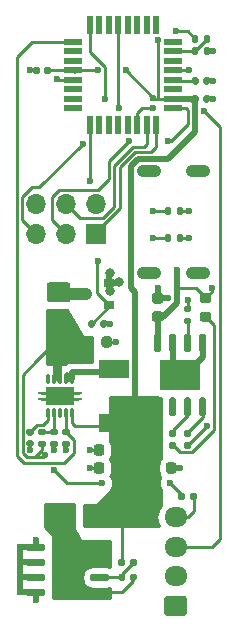
<source format=gbr>
%TF.GenerationSoftware,KiCad,Pcbnew,5.1.9-73d0e3b20d~88~ubuntu18.04.1*%
%TF.CreationDate,2021-02-25T17:56:51+01:00*%
%TF.ProjectId,climate_control,636c696d-6174-4655-9f63-6f6e74726f6c,rev?*%
%TF.SameCoordinates,Original*%
%TF.FileFunction,Copper,L1,Top*%
%TF.FilePolarity,Positive*%
%FSLAX46Y46*%
G04 Gerber Fmt 4.6, Leading zero omitted, Abs format (unit mm)*
G04 Created by KiCad (PCBNEW 5.1.9-73d0e3b20d~88~ubuntu18.04.1) date 2021-02-25 17:56:51*
%MOMM*%
%LPD*%
G01*
G04 APERTURE LIST*
%TA.AperFunction,ComponentPad*%
%ADD10O,1.950000X1.700000*%
%TD*%
%TA.AperFunction,SMDPad,CuDef*%
%ADD11R,1.600000X0.550000*%
%TD*%
%TA.AperFunction,SMDPad,CuDef*%
%ADD12R,0.550000X1.600000*%
%TD*%
%TA.AperFunction,ComponentPad*%
%ADD13C,0.500000*%
%TD*%
%TA.AperFunction,SMDPad,CuDef*%
%ADD14R,3.500000X2.600000*%
%TD*%
%TA.AperFunction,SMDPad,CuDef*%
%ADD15R,2.600000X3.500000*%
%TD*%
%TA.AperFunction,SMDPad,CuDef*%
%ADD16O,0.280000X0.850000*%
%TD*%
%TA.AperFunction,SMDPad,CuDef*%
%ADD17R,0.280000X0.280000*%
%TD*%
%TA.AperFunction,SMDPad,CuDef*%
%ADD18R,1.050000X0.680000*%
%TD*%
%TA.AperFunction,SMDPad,CuDef*%
%ADD19R,0.700000X0.280000*%
%TD*%
%TA.AperFunction,SMDPad,CuDef*%
%ADD20R,0.500000X0.260000*%
%TD*%
%TA.AperFunction,SMDPad,CuDef*%
%ADD21R,2.400000X1.650000*%
%TD*%
%TA.AperFunction,ComponentPad*%
%ADD22C,0.600000*%
%TD*%
%TA.AperFunction,SMDPad,CuDef*%
%ADD23R,0.900000X0.800000*%
%TD*%
%TA.AperFunction,ComponentPad*%
%ADD24O,1.700000X2.000000*%
%TD*%
%TA.AperFunction,ComponentPad*%
%ADD25O,2.000000X1.700000*%
%TD*%
%TA.AperFunction,ComponentPad*%
%ADD26O,2.100000X1.050000*%
%TD*%
%TA.AperFunction,ComponentPad*%
%ADD27R,1.700000X1.700000*%
%TD*%
%TA.AperFunction,ComponentPad*%
%ADD28O,1.700000X1.700000*%
%TD*%
%TA.AperFunction,SMDPad,CuDef*%
%ADD29R,2.500000X1.500000*%
%TD*%
%TA.AperFunction,ViaPad*%
%ADD30C,0.600000*%
%TD*%
%TA.AperFunction,ViaPad*%
%ADD31C,0.800000*%
%TD*%
%TA.AperFunction,Conductor*%
%ADD32C,0.250000*%
%TD*%
%TA.AperFunction,Conductor*%
%ADD33C,0.500000*%
%TD*%
%TA.AperFunction,Conductor*%
%ADD34C,1.000000*%
%TD*%
%TA.AperFunction,Conductor*%
%ADD35C,0.254000*%
%TD*%
%TA.AperFunction,Conductor*%
%ADD36C,0.100000*%
%TD*%
G04 APERTURE END LIST*
%TO.P,C6,2*%
%TO.N,GND*%
%TA.AperFunction,SMDPad,CuDef*%
G36*
G01*
X102416000Y-107399000D02*
X102416000Y-107739000D01*
G75*
G02*
X102276000Y-107879000I-140000J0D01*
G01*
X101996000Y-107879000D01*
G75*
G02*
X101856000Y-107739000I0J140000D01*
G01*
X101856000Y-107399000D01*
G75*
G02*
X101996000Y-107259000I140000J0D01*
G01*
X102276000Y-107259000D01*
G75*
G02*
X102416000Y-107399000I0J-140000D01*
G01*
G37*
%TD.AperFunction*%
%TO.P,C6,1*%
%TO.N,+BATT*%
%TA.AperFunction,SMDPad,CuDef*%
G36*
G01*
X103376000Y-107399000D02*
X103376000Y-107739000D01*
G75*
G02*
X103236000Y-107879000I-140000J0D01*
G01*
X102956000Y-107879000D01*
G75*
G02*
X102816000Y-107739000I0J140000D01*
G01*
X102816000Y-107399000D01*
G75*
G02*
X102956000Y-107259000I140000J0D01*
G01*
X103236000Y-107259000D01*
G75*
G02*
X103376000Y-107399000I0J-140000D01*
G01*
G37*
%TD.AperFunction*%
%TD*%
%TO.P,J1,1*%
%TO.N,SWITCH*%
%TA.AperFunction,ComponentPad*%
G36*
G01*
X114644000Y-153758000D02*
X113194000Y-153758000D01*
G75*
G02*
X112944000Y-153508000I0J250000D01*
G01*
X112944000Y-152308000D01*
G75*
G02*
X113194000Y-152058000I250000J0D01*
G01*
X114644000Y-152058000D01*
G75*
G02*
X114894000Y-152308000I0J-250000D01*
G01*
X114894000Y-153508000D01*
G75*
G02*
X114644000Y-153758000I-250000J0D01*
G01*
G37*
%TD.AperFunction*%
D10*
%TO.P,J1,2*%
%TO.N,GND*%
X113919000Y-150408000D03*
%TO.P,J1,3*%
%TO.N,LED*%
X113919000Y-147908000D03*
%TO.P,J1,4*%
%TO.N,Net-(J1-Pad4)*%
X113919000Y-145408000D03*
%TD*%
D11*
%TO.P,U3,1*%
%TO.N,BOOST_EN*%
X105224000Y-105150000D03*
%TO.P,U3,2*%
%TO.N,BOOST_MOS*%
X105224000Y-105950000D03*
%TO.P,U3,3*%
%TO.N,Net-(U3-Pad3)*%
X105224000Y-106750000D03*
%TO.P,U3,4*%
%TO.N,+BATT*%
X105224000Y-107550000D03*
%TO.P,U3,5*%
%TO.N,GND*%
X105224000Y-108350000D03*
%TO.P,U3,6*%
%TO.N,Net-(U3-Pad6)*%
X105224000Y-109150000D03*
%TO.P,U3,7*%
%TO.N,Net-(U3-Pad7)*%
X105224000Y-109950000D03*
%TO.P,U3,8*%
%TO.N,Net-(U3-Pad8)*%
X105224000Y-110750000D03*
D12*
%TO.P,U3,9*%
%TO.N,HEATER_PWM*%
X106674000Y-112200000D03*
%TO.P,U3,10*%
%TO.N,Net-(U3-Pad10)*%
X107474000Y-112200000D03*
%TO.P,U3,11*%
%TO.N,Net-(U3-Pad11)*%
X108274000Y-112200000D03*
%TO.P,U3,12*%
%TO.N,Net-(U3-Pad12)*%
X109074000Y-112200000D03*
%TO.P,U3,13*%
%TO.N,Net-(U3-Pad13)*%
X109874000Y-112200000D03*
%TO.P,U3,14*%
%TO.N,LED*%
X110674000Y-112200000D03*
%TO.P,U3,15*%
%TO.N,MOSI*%
X111474000Y-112200000D03*
%TO.P,U3,16*%
%TO.N,MISO*%
X112274000Y-112200000D03*
D11*
%TO.P,U3,17*%
%TO.N,SCK*%
X113724000Y-110750000D03*
%TO.P,U3,18*%
%TO.N,+BATT*%
X113724000Y-109950000D03*
%TO.P,U3,19*%
%TO.N,Net-(U3-Pad19)*%
X113724000Y-109150000D03*
%TO.P,U3,20*%
%TO.N,Net-(C5-Pad1)*%
X113724000Y-108350000D03*
%TO.P,U3,21*%
%TO.N,GND*%
X113724000Y-107550000D03*
%TO.P,U3,22*%
%TO.N,Net-(U3-Pad22)*%
X113724000Y-106750000D03*
%TO.P,U3,23*%
%TO.N,BAT*%
X113724000Y-105950000D03*
%TO.P,U3,24*%
%TO.N,A1*%
X113724000Y-105150000D03*
D12*
%TO.P,U3,25*%
%TO.N,USB_DET*%
X112274000Y-103700000D03*
%TO.P,U3,26*%
%TO.N,Net-(U3-Pad26)*%
X111474000Y-103700000D03*
%TO.P,U3,27*%
%TO.N,Net-(U3-Pad27)*%
X110674000Y-103700000D03*
%TO.P,U3,28*%
%TO.N,Net-(U3-Pad28)*%
X109874000Y-103700000D03*
%TO.P,U3,29*%
%TO.N,~RST*%
X109074000Y-103700000D03*
%TO.P,U3,30*%
%TO.N,RX*%
X108274000Y-103700000D03*
%TO.P,U3,31*%
%TO.N,TX*%
X107474000Y-103700000D03*
%TO.P,U3,32*%
%TO.N,SWITCH*%
X106674000Y-103700000D03*
%TD*%
%TO.P,C1,2*%
%TO.N,GND*%
%TA.AperFunction,SMDPad,CuDef*%
G36*
G01*
X112645000Y-127310000D02*
X112145000Y-127310000D01*
G75*
G02*
X111920000Y-127085000I0J225000D01*
G01*
X111920000Y-126635000D01*
G75*
G02*
X112145000Y-126410000I225000J0D01*
G01*
X112645000Y-126410000D01*
G75*
G02*
X112870000Y-126635000I0J-225000D01*
G01*
X112870000Y-127085000D01*
G75*
G02*
X112645000Y-127310000I-225000J0D01*
G01*
G37*
%TD.AperFunction*%
%TO.P,C1,1*%
%TO.N,+5V*%
%TA.AperFunction,SMDPad,CuDef*%
G36*
G01*
X112645000Y-128860000D02*
X112145000Y-128860000D01*
G75*
G02*
X111920000Y-128635000I0J225000D01*
G01*
X111920000Y-128185000D01*
G75*
G02*
X112145000Y-127960000I225000J0D01*
G01*
X112645000Y-127960000D01*
G75*
G02*
X112870000Y-128185000I0J-225000D01*
G01*
X112870000Y-128635000D01*
G75*
G02*
X112645000Y-128860000I-225000J0D01*
G01*
G37*
%TD.AperFunction*%
%TD*%
%TO.P,C4,2*%
%TO.N,GND*%
%TA.AperFunction,SMDPad,CuDef*%
G36*
G01*
X113101000Y-141474000D02*
X113101000Y-140974000D01*
G75*
G02*
X113326000Y-140749000I225000J0D01*
G01*
X113776000Y-140749000D01*
G75*
G02*
X114001000Y-140974000I0J-225000D01*
G01*
X114001000Y-141474000D01*
G75*
G02*
X113776000Y-141699000I-225000J0D01*
G01*
X113326000Y-141699000D01*
G75*
G02*
X113101000Y-141474000I0J225000D01*
G01*
G37*
%TD.AperFunction*%
%TO.P,C4,1*%
%TO.N,+BATT*%
%TA.AperFunction,SMDPad,CuDef*%
G36*
G01*
X111551000Y-141474000D02*
X111551000Y-140974000D01*
G75*
G02*
X111776000Y-140749000I225000J0D01*
G01*
X112226000Y-140749000D01*
G75*
G02*
X112451000Y-140974000I0J-225000D01*
G01*
X112451000Y-141474000D01*
G75*
G02*
X112226000Y-141699000I-225000J0D01*
G01*
X111776000Y-141699000D01*
G75*
G02*
X111551000Y-141474000I0J225000D01*
G01*
G37*
%TD.AperFunction*%
%TD*%
%TO.P,C7,2*%
%TO.N,GND*%
%TA.AperFunction,SMDPad,CuDef*%
G36*
G01*
X107879000Y-139450000D02*
X107879000Y-139950000D01*
G75*
G02*
X107654000Y-140175000I-225000J0D01*
G01*
X107204000Y-140175000D01*
G75*
G02*
X106979000Y-139950000I0J225000D01*
G01*
X106979000Y-139450000D01*
G75*
G02*
X107204000Y-139225000I225000J0D01*
G01*
X107654000Y-139225000D01*
G75*
G02*
X107879000Y-139450000I0J-225000D01*
G01*
G37*
%TD.AperFunction*%
%TO.P,C7,1*%
%TO.N,+BATT*%
%TA.AperFunction,SMDPad,CuDef*%
G36*
G01*
X109429000Y-139450000D02*
X109429000Y-139950000D01*
G75*
G02*
X109204000Y-140175000I-225000J0D01*
G01*
X108754000Y-140175000D01*
G75*
G02*
X108529000Y-139950000I0J225000D01*
G01*
X108529000Y-139450000D01*
G75*
G02*
X108754000Y-139225000I225000J0D01*
G01*
X109204000Y-139225000D01*
G75*
G02*
X109429000Y-139450000I0J-225000D01*
G01*
G37*
%TD.AperFunction*%
%TD*%
%TO.P,C8,1*%
%TO.N,+BATT*%
%TA.AperFunction,SMDPad,CuDef*%
G36*
G01*
X109429000Y-140974000D02*
X109429000Y-141474000D01*
G75*
G02*
X109204000Y-141699000I-225000J0D01*
G01*
X108754000Y-141699000D01*
G75*
G02*
X108529000Y-141474000I0J225000D01*
G01*
X108529000Y-140974000D01*
G75*
G02*
X108754000Y-140749000I225000J0D01*
G01*
X109204000Y-140749000D01*
G75*
G02*
X109429000Y-140974000I0J-225000D01*
G01*
G37*
%TD.AperFunction*%
%TO.P,C8,2*%
%TO.N,GND*%
%TA.AperFunction,SMDPad,CuDef*%
G36*
G01*
X107879000Y-140974000D02*
X107879000Y-141474000D01*
G75*
G02*
X107654000Y-141699000I-225000J0D01*
G01*
X107204000Y-141699000D01*
G75*
G02*
X106979000Y-141474000I0J225000D01*
G01*
X106979000Y-140974000D01*
G75*
G02*
X107204000Y-140749000I225000J0D01*
G01*
X107654000Y-140749000D01*
G75*
G02*
X107879000Y-140974000I0J-225000D01*
G01*
G37*
%TD.AperFunction*%
%TD*%
%TO.P,C10,1*%
%TO.N,+VSW*%
%TA.AperFunction,SMDPad,CuDef*%
G36*
G01*
X106090000Y-130806000D02*
X106090000Y-130306000D01*
G75*
G02*
X106315000Y-130081000I225000J0D01*
G01*
X106765000Y-130081000D01*
G75*
G02*
X106990000Y-130306000I0J-225000D01*
G01*
X106990000Y-130806000D01*
G75*
G02*
X106765000Y-131031000I-225000J0D01*
G01*
X106315000Y-131031000D01*
G75*
G02*
X106090000Y-130806000I0J225000D01*
G01*
G37*
%TD.AperFunction*%
%TO.P,C10,2*%
%TO.N,GND*%
%TA.AperFunction,SMDPad,CuDef*%
G36*
G01*
X107640000Y-130806000D02*
X107640000Y-130306000D01*
G75*
G02*
X107865000Y-130081000I225000J0D01*
G01*
X108315000Y-130081000D01*
G75*
G02*
X108540000Y-130306000I0J-225000D01*
G01*
X108540000Y-130806000D01*
G75*
G02*
X108315000Y-131031000I-225000J0D01*
G01*
X107865000Y-131031000D01*
G75*
G02*
X107640000Y-130806000I0J225000D01*
G01*
G37*
%TD.AperFunction*%
%TD*%
D13*
%TO.P,U1,9*%
%TO.N,GND*%
X113000000Y-134305000D03*
X113000000Y-132395000D03*
X114300000Y-134305000D03*
X114300000Y-132395000D03*
X115600000Y-134305000D03*
X115600000Y-132395000D03*
D14*
X114300000Y-133350000D03*
%TO.P,U1,8*%
%TO.N,Net-(R2-Pad2)*%
%TA.AperFunction,SMDPad,CuDef*%
G36*
G01*
X116055000Y-135250000D02*
X116355000Y-135250000D01*
G75*
G02*
X116505000Y-135400000I0J-150000D01*
G01*
X116505000Y-136700000D01*
G75*
G02*
X116355000Y-136850000I-150000J0D01*
G01*
X116055000Y-136850000D01*
G75*
G02*
X115905000Y-136700000I0J150000D01*
G01*
X115905000Y-135400000D01*
G75*
G02*
X116055000Y-135250000I150000J0D01*
G01*
G37*
%TD.AperFunction*%
%TO.P,U1,7*%
%TO.N,Net-(R1-Pad1)*%
%TA.AperFunction,SMDPad,CuDef*%
G36*
G01*
X114785000Y-135250000D02*
X115085000Y-135250000D01*
G75*
G02*
X115235000Y-135400000I0J-150000D01*
G01*
X115235000Y-136700000D01*
G75*
G02*
X115085000Y-136850000I-150000J0D01*
G01*
X114785000Y-136850000D01*
G75*
G02*
X114635000Y-136700000I0J150000D01*
G01*
X114635000Y-135400000D01*
G75*
G02*
X114785000Y-135250000I150000J0D01*
G01*
G37*
%TD.AperFunction*%
%TO.P,U1,6*%
%TO.N,Net-(U1-Pad6)*%
%TA.AperFunction,SMDPad,CuDef*%
G36*
G01*
X113515000Y-135250000D02*
X113815000Y-135250000D01*
G75*
G02*
X113965000Y-135400000I0J-150000D01*
G01*
X113965000Y-136700000D01*
G75*
G02*
X113815000Y-136850000I-150000J0D01*
G01*
X113515000Y-136850000D01*
G75*
G02*
X113365000Y-136700000I0J150000D01*
G01*
X113365000Y-135400000D01*
G75*
G02*
X113515000Y-135250000I150000J0D01*
G01*
G37*
%TD.AperFunction*%
%TO.P,U1,5*%
%TO.N,+BATT*%
%TA.AperFunction,SMDPad,CuDef*%
G36*
G01*
X112245000Y-135250000D02*
X112545000Y-135250000D01*
G75*
G02*
X112695000Y-135400000I0J-150000D01*
G01*
X112695000Y-136700000D01*
G75*
G02*
X112545000Y-136850000I-150000J0D01*
G01*
X112245000Y-136850000D01*
G75*
G02*
X112095000Y-136700000I0J150000D01*
G01*
X112095000Y-135400000D01*
G75*
G02*
X112245000Y-135250000I150000J0D01*
G01*
G37*
%TD.AperFunction*%
%TO.P,U1,4*%
%TO.N,+5V*%
%TA.AperFunction,SMDPad,CuDef*%
G36*
G01*
X112245000Y-129850000D02*
X112545000Y-129850000D01*
G75*
G02*
X112695000Y-130000000I0J-150000D01*
G01*
X112695000Y-131300000D01*
G75*
G02*
X112545000Y-131450000I-150000J0D01*
G01*
X112245000Y-131450000D01*
G75*
G02*
X112095000Y-131300000I0J150000D01*
G01*
X112095000Y-130000000D01*
G75*
G02*
X112245000Y-129850000I150000J0D01*
G01*
G37*
%TD.AperFunction*%
%TO.P,U1,3*%
%TO.N,GND*%
%TA.AperFunction,SMDPad,CuDef*%
G36*
G01*
X113515000Y-129850000D02*
X113815000Y-129850000D01*
G75*
G02*
X113965000Y-130000000I0J-150000D01*
G01*
X113965000Y-131300000D01*
G75*
G02*
X113815000Y-131450000I-150000J0D01*
G01*
X113515000Y-131450000D01*
G75*
G02*
X113365000Y-131300000I0J150000D01*
G01*
X113365000Y-130000000D01*
G75*
G02*
X113515000Y-129850000I150000J0D01*
G01*
G37*
%TD.AperFunction*%
%TO.P,U1,2*%
%TO.N,Net-(R11-Pad1)*%
%TA.AperFunction,SMDPad,CuDef*%
G36*
G01*
X114785000Y-129850000D02*
X115085000Y-129850000D01*
G75*
G02*
X115235000Y-130000000I0J-150000D01*
G01*
X115235000Y-131300000D01*
G75*
G02*
X115085000Y-131450000I-150000J0D01*
G01*
X114785000Y-131450000D01*
G75*
G02*
X114635000Y-131300000I0J150000D01*
G01*
X114635000Y-130000000D01*
G75*
G02*
X114785000Y-129850000I150000J0D01*
G01*
G37*
%TD.AperFunction*%
%TO.P,U1,1*%
%TO.N,GND*%
%TA.AperFunction,SMDPad,CuDef*%
G36*
G01*
X116055000Y-129850000D02*
X116355000Y-129850000D01*
G75*
G02*
X116505000Y-130000000I0J-150000D01*
G01*
X116505000Y-131300000D01*
G75*
G02*
X116355000Y-131450000I-150000J0D01*
G01*
X116055000Y-131450000D01*
G75*
G02*
X115905000Y-131300000I0J150000D01*
G01*
X115905000Y-130000000D01*
G75*
G02*
X116055000Y-129850000I150000J0D01*
G01*
G37*
%TD.AperFunction*%
%TD*%
%TO.P,U2,1*%
%TO.N,GND*%
%TA.AperFunction,SMDPad,CuDef*%
G36*
G01*
X101275000Y-148105000D02*
X101275000Y-147805000D01*
G75*
G02*
X101425000Y-147655000I150000J0D01*
G01*
X102725000Y-147655000D01*
G75*
G02*
X102875000Y-147805000I0J-150000D01*
G01*
X102875000Y-148105000D01*
G75*
G02*
X102725000Y-148255000I-150000J0D01*
G01*
X101425000Y-148255000D01*
G75*
G02*
X101275000Y-148105000I0J150000D01*
G01*
G37*
%TD.AperFunction*%
%TO.P,U2,2*%
%TA.AperFunction,SMDPad,CuDef*%
G36*
G01*
X101275000Y-149375000D02*
X101275000Y-149075000D01*
G75*
G02*
X101425000Y-148925000I150000J0D01*
G01*
X102725000Y-148925000D01*
G75*
G02*
X102875000Y-149075000I0J-150000D01*
G01*
X102875000Y-149375000D01*
G75*
G02*
X102725000Y-149525000I-150000J0D01*
G01*
X101425000Y-149525000D01*
G75*
G02*
X101275000Y-149375000I0J150000D01*
G01*
G37*
%TD.AperFunction*%
%TO.P,U2,3*%
%TA.AperFunction,SMDPad,CuDef*%
G36*
G01*
X101275000Y-150645000D02*
X101275000Y-150345000D01*
G75*
G02*
X101425000Y-150195000I150000J0D01*
G01*
X102725000Y-150195000D01*
G75*
G02*
X102875000Y-150345000I0J-150000D01*
G01*
X102875000Y-150645000D01*
G75*
G02*
X102725000Y-150795000I-150000J0D01*
G01*
X101425000Y-150795000D01*
G75*
G02*
X101275000Y-150645000I0J150000D01*
G01*
G37*
%TD.AperFunction*%
%TO.P,U2,4*%
%TA.AperFunction,SMDPad,CuDef*%
G36*
G01*
X101275000Y-151915000D02*
X101275000Y-151615000D01*
G75*
G02*
X101425000Y-151465000I150000J0D01*
G01*
X102725000Y-151465000D01*
G75*
G02*
X102875000Y-151615000I0J-150000D01*
G01*
X102875000Y-151915000D01*
G75*
G02*
X102725000Y-152065000I-150000J0D01*
G01*
X101425000Y-152065000D01*
G75*
G02*
X101275000Y-151915000I0J150000D01*
G01*
G37*
%TD.AperFunction*%
%TO.P,U2,5*%
%TO.N,-BATT*%
%TA.AperFunction,SMDPad,CuDef*%
G36*
G01*
X106675000Y-151915000D02*
X106675000Y-151615000D01*
G75*
G02*
X106825000Y-151465000I150000J0D01*
G01*
X108125000Y-151465000D01*
G75*
G02*
X108275000Y-151615000I0J-150000D01*
G01*
X108275000Y-151915000D01*
G75*
G02*
X108125000Y-152065000I-150000J0D01*
G01*
X106825000Y-152065000D01*
G75*
G02*
X106675000Y-151915000I0J150000D01*
G01*
G37*
%TD.AperFunction*%
%TO.P,U2,6*%
%TO.N,Net-(C3-Pad1)*%
%TA.AperFunction,SMDPad,CuDef*%
G36*
G01*
X106675000Y-150645000D02*
X106675000Y-150345000D01*
G75*
G02*
X106825000Y-150195000I150000J0D01*
G01*
X108125000Y-150195000D01*
G75*
G02*
X108275000Y-150345000I0J-150000D01*
G01*
X108275000Y-150645000D01*
G75*
G02*
X108125000Y-150795000I-150000J0D01*
G01*
X106825000Y-150795000D01*
G75*
G02*
X106675000Y-150645000I0J150000D01*
G01*
G37*
%TD.AperFunction*%
%TO.P,U2,7*%
%TO.N,-BATT*%
%TA.AperFunction,SMDPad,CuDef*%
G36*
G01*
X106675000Y-149375000D02*
X106675000Y-149075000D01*
G75*
G02*
X106825000Y-148925000I150000J0D01*
G01*
X108125000Y-148925000D01*
G75*
G02*
X108275000Y-149075000I0J-150000D01*
G01*
X108275000Y-149375000D01*
G75*
G02*
X108125000Y-149525000I-150000J0D01*
G01*
X106825000Y-149525000D01*
G75*
G02*
X106675000Y-149375000I0J150000D01*
G01*
G37*
%TD.AperFunction*%
%TO.P,U2,8*%
%TA.AperFunction,SMDPad,CuDef*%
G36*
G01*
X106675000Y-148105000D02*
X106675000Y-147805000D01*
G75*
G02*
X106825000Y-147655000I150000J0D01*
G01*
X108125000Y-147655000D01*
G75*
G02*
X108275000Y-147805000I0J-150000D01*
G01*
X108275000Y-148105000D01*
G75*
G02*
X108125000Y-148255000I-150000J0D01*
G01*
X106825000Y-148255000D01*
G75*
G02*
X106675000Y-148105000I0J150000D01*
G01*
G37*
%TD.AperFunction*%
D15*
%TO.P,U2,9*%
X104775000Y-149860000D03*
D13*
X103820000Y-148560000D03*
X105730000Y-148560000D03*
X103820000Y-149860000D03*
X105730000Y-149860000D03*
X103820000Y-151160000D03*
X105730000Y-151160000D03*
%TD*%
D16*
%TO.P,U4,1*%
%TO.N,Net-(L1-Pad2)*%
X105140000Y-133653000D03*
%TO.P,U4,2*%
X104640000Y-133653000D03*
D17*
%TO.P,U4,3*%
%TO.N,+VSW*%
X104140000Y-133368000D03*
D16*
%TO.P,U4,4*%
X103640000Y-133653000D03*
D17*
%TO.P,U4,5*%
%TO.N,PG*%
X103140000Y-133368000D03*
D16*
%TO.P,U4,6*%
%TO.N,Net-(C9-Pad1)*%
X103140000Y-136603000D03*
%TO.P,U4,7*%
%TO.N,Net-(R17-Pad2)*%
X103640000Y-136603000D03*
D17*
%TO.P,U4,8*%
%TO.N,Net-(U4-Pad8)*%
X104140000Y-136888000D03*
%TO.P,U4,9*%
%TO.N,BOOST_EN*%
X104640000Y-136888000D03*
%TO.P,U4,10*%
%TO.N,+BATT*%
X105140000Y-136888000D03*
D18*
%TO.P,U4,11*%
%TO.N,GND*%
X104775000Y-134678000D03*
D19*
X105690000Y-134878000D03*
D20*
X105770000Y-134878000D03*
D19*
X105690000Y-135378000D03*
X102590000Y-134878000D03*
X102590000Y-135378000D03*
D20*
X105770000Y-135378000D03*
X102510000Y-134878000D03*
X102510000Y-135378000D03*
D18*
X104775000Y-135578000D03*
X103505000Y-134678000D03*
X103505000Y-135578000D03*
D21*
X104140000Y-135128000D03*
D17*
%TO.P,U4,1*%
%TO.N,Net-(L1-Pad2)*%
X105140000Y-133368000D03*
%TO.P,U4,2*%
X104640000Y-133368000D03*
D16*
%TO.P,U4,3*%
%TO.N,+VSW*%
X104140000Y-133653000D03*
D17*
%TO.P,U4,4*%
X103640000Y-133368000D03*
D16*
%TO.P,U4,5*%
%TO.N,PG*%
X103140000Y-133653000D03*
D17*
%TO.P,U4,6*%
%TO.N,Net-(C9-Pad1)*%
X103140000Y-136888000D03*
%TO.P,U4,7*%
%TO.N,Net-(R17-Pad2)*%
X103640000Y-136888000D03*
D16*
%TO.P,U4,8*%
%TO.N,Net-(U4-Pad8)*%
X104140000Y-136603000D03*
%TO.P,U4,9*%
%TO.N,BOOST_EN*%
X104640000Y-136603000D03*
%TO.P,U4,10*%
%TO.N,+BATT*%
X105140000Y-136603000D03*
D22*
%TO.P,U4,11*%
%TO.N,GND*%
X103390000Y-135628000D03*
X104140000Y-135128000D03*
X104890000Y-135628000D03*
X104890000Y-134628000D03*
X103390000Y-134628000D03*
%TD*%
%TO.P,D1,1*%
%TO.N,Net-(D1-Pad1)*%
%TA.AperFunction,SMDPad,CuDef*%
G36*
G01*
X116715250Y-128860000D02*
X116202750Y-128860000D01*
G75*
G02*
X115984000Y-128641250I0J218750D01*
G01*
X115984000Y-128203750D01*
G75*
G02*
X116202750Y-127985000I218750J0D01*
G01*
X116715250Y-127985000D01*
G75*
G02*
X116934000Y-128203750I0J-218750D01*
G01*
X116934000Y-128641250D01*
G75*
G02*
X116715250Y-128860000I-218750J0D01*
G01*
G37*
%TD.AperFunction*%
%TO.P,D1,2*%
%TO.N,+5V*%
%TA.AperFunction,SMDPad,CuDef*%
G36*
G01*
X116715250Y-127285000D02*
X116202750Y-127285000D01*
G75*
G02*
X115984000Y-127066250I0J218750D01*
G01*
X115984000Y-126628750D01*
G75*
G02*
X116202750Y-126410000I218750J0D01*
G01*
X116715250Y-126410000D01*
G75*
G02*
X116934000Y-126628750I0J-218750D01*
G01*
X116934000Y-127066250D01*
G75*
G02*
X116715250Y-127285000I-218750J0D01*
G01*
G37*
%TD.AperFunction*%
%TD*%
D23*
%TO.P,Q2,1*%
%TO.N,HEATER_PWM*%
X108315000Y-127442000D03*
%TO.P,Q2,2*%
%TO.N,GND*%
X108315000Y-125542000D03*
%TO.P,Q2,3*%
%TO.N,Net-(J4-Pad1)*%
X106315000Y-126492000D03*
%TD*%
D24*
%TO.P,J2,2*%
%TO.N,-BATT*%
X104434000Y-145288000D03*
%TO.P,J2,1*%
%TO.N,+BATT*%
%TA.AperFunction,ComponentPad*%
G36*
G01*
X107784000Y-144538000D02*
X107784000Y-146038000D01*
G75*
G02*
X107534000Y-146288000I-250000J0D01*
G01*
X106334000Y-146288000D01*
G75*
G02*
X106084000Y-146038000I0J250000D01*
G01*
X106084000Y-144538000D01*
G75*
G02*
X106334000Y-144288000I250000J0D01*
G01*
X107534000Y-144288000D01*
G75*
G02*
X107784000Y-144538000I0J-250000D01*
G01*
G37*
%TD.AperFunction*%
%TD*%
%TO.P,J4,1*%
%TO.N,Net-(J4-Pad1)*%
%TA.AperFunction,ComponentPad*%
G36*
G01*
X103263000Y-125515000D02*
X104763000Y-125515000D01*
G75*
G02*
X105013000Y-125765000I0J-250000D01*
G01*
X105013000Y-126965000D01*
G75*
G02*
X104763000Y-127215000I-250000J0D01*
G01*
X103263000Y-127215000D01*
G75*
G02*
X103013000Y-126965000I0J250000D01*
G01*
X103013000Y-125765000D01*
G75*
G02*
X103263000Y-125515000I250000J0D01*
G01*
G37*
%TD.AperFunction*%
D25*
%TO.P,J4,2*%
%TO.N,+VSW*%
X104013000Y-128865000D03*
%TD*%
%TO.P,R1,1*%
%TO.N,Net-(R1-Pad1)*%
%TA.AperFunction,SMDPad,CuDef*%
G36*
G01*
X113480000Y-138031000D02*
X113850000Y-138031000D01*
G75*
G02*
X113985000Y-138166000I0J-135000D01*
G01*
X113985000Y-138436000D01*
G75*
G02*
X113850000Y-138571000I-135000J0D01*
G01*
X113480000Y-138571000D01*
G75*
G02*
X113345000Y-138436000I0J135000D01*
G01*
X113345000Y-138166000D01*
G75*
G02*
X113480000Y-138031000I135000J0D01*
G01*
G37*
%TD.AperFunction*%
%TO.P,R1,2*%
%TO.N,Net-(D1-Pad1)*%
%TA.AperFunction,SMDPad,CuDef*%
G36*
G01*
X113480000Y-139051000D02*
X113850000Y-139051000D01*
G75*
G02*
X113985000Y-139186000I0J-135000D01*
G01*
X113985000Y-139456000D01*
G75*
G02*
X113850000Y-139591000I-135000J0D01*
G01*
X113480000Y-139591000D01*
G75*
G02*
X113345000Y-139456000I0J135000D01*
G01*
X113345000Y-139186000D01*
G75*
G02*
X113480000Y-139051000I135000J0D01*
G01*
G37*
%TD.AperFunction*%
%TD*%
%TO.P,R2,1*%
%TO.N,+5V*%
%TA.AperFunction,SMDPad,CuDef*%
G36*
G01*
X115120000Y-139591000D02*
X114750000Y-139591000D01*
G75*
G02*
X114615000Y-139456000I0J135000D01*
G01*
X114615000Y-139186000D01*
G75*
G02*
X114750000Y-139051000I135000J0D01*
G01*
X115120000Y-139051000D01*
G75*
G02*
X115255000Y-139186000I0J-135000D01*
G01*
X115255000Y-139456000D01*
G75*
G02*
X115120000Y-139591000I-135000J0D01*
G01*
G37*
%TD.AperFunction*%
%TO.P,R2,2*%
%TO.N,Net-(R2-Pad2)*%
%TA.AperFunction,SMDPad,CuDef*%
G36*
G01*
X115120000Y-138571000D02*
X114750000Y-138571000D01*
G75*
G02*
X114615000Y-138436000I0J135000D01*
G01*
X114615000Y-138166000D01*
G75*
G02*
X114750000Y-138031000I135000J0D01*
G01*
X115120000Y-138031000D01*
G75*
G02*
X115255000Y-138166000I0J-135000D01*
G01*
X115255000Y-138436000D01*
G75*
G02*
X115120000Y-138571000I-135000J0D01*
G01*
G37*
%TD.AperFunction*%
%TD*%
%TO.P,R4,2*%
%TO.N,+VSW*%
%TA.AperFunction,SMDPad,CuDef*%
G36*
G01*
X114695000Y-143452000D02*
X114695000Y-143822000D01*
G75*
G02*
X114560000Y-143957000I-135000J0D01*
G01*
X114290000Y-143957000D01*
G75*
G02*
X114155000Y-143822000I0J135000D01*
G01*
X114155000Y-143452000D01*
G75*
G02*
X114290000Y-143317000I135000J0D01*
G01*
X114560000Y-143317000D01*
G75*
G02*
X114695000Y-143452000I0J-135000D01*
G01*
G37*
%TD.AperFunction*%
%TO.P,R4,1*%
%TO.N,Net-(J1-Pad4)*%
%TA.AperFunction,SMDPad,CuDef*%
G36*
G01*
X115715000Y-143452000D02*
X115715000Y-143822000D01*
G75*
G02*
X115580000Y-143957000I-135000J0D01*
G01*
X115310000Y-143957000D01*
G75*
G02*
X115175000Y-143822000I0J135000D01*
G01*
X115175000Y-143452000D01*
G75*
G02*
X115310000Y-143317000I135000J0D01*
G01*
X115580000Y-143317000D01*
G75*
G02*
X115715000Y-143452000I0J-135000D01*
G01*
G37*
%TD.AperFunction*%
%TD*%
%TO.P,R9,2*%
%TO.N,GND*%
%TA.AperFunction,SMDPad,CuDef*%
G36*
G01*
X114032000Y-121946000D02*
X114032000Y-121576000D01*
G75*
G02*
X114167000Y-121441000I135000J0D01*
G01*
X114437000Y-121441000D01*
G75*
G02*
X114572000Y-121576000I0J-135000D01*
G01*
X114572000Y-121946000D01*
G75*
G02*
X114437000Y-122081000I-135000J0D01*
G01*
X114167000Y-122081000D01*
G75*
G02*
X114032000Y-121946000I0J135000D01*
G01*
G37*
%TD.AperFunction*%
%TO.P,R9,1*%
%TO.N,Net-(J3-PadB5)*%
%TA.AperFunction,SMDPad,CuDef*%
G36*
G01*
X113012000Y-121946000D02*
X113012000Y-121576000D01*
G75*
G02*
X113147000Y-121441000I135000J0D01*
G01*
X113417000Y-121441000D01*
G75*
G02*
X113552000Y-121576000I0J-135000D01*
G01*
X113552000Y-121946000D01*
G75*
G02*
X113417000Y-122081000I-135000J0D01*
G01*
X113147000Y-122081000D01*
G75*
G02*
X113012000Y-121946000I0J135000D01*
G01*
G37*
%TD.AperFunction*%
%TD*%
%TO.P,R11,2*%
%TO.N,GND*%
%TA.AperFunction,SMDPad,CuDef*%
G36*
G01*
X115120000Y-128030000D02*
X114750000Y-128030000D01*
G75*
G02*
X114615000Y-127895000I0J135000D01*
G01*
X114615000Y-127625000D01*
G75*
G02*
X114750000Y-127490000I135000J0D01*
G01*
X115120000Y-127490000D01*
G75*
G02*
X115255000Y-127625000I0J-135000D01*
G01*
X115255000Y-127895000D01*
G75*
G02*
X115120000Y-128030000I-135000J0D01*
G01*
G37*
%TD.AperFunction*%
%TO.P,R11,1*%
%TO.N,Net-(R11-Pad1)*%
%TA.AperFunction,SMDPad,CuDef*%
G36*
G01*
X115120000Y-129050000D02*
X114750000Y-129050000D01*
G75*
G02*
X114615000Y-128915000I0J135000D01*
G01*
X114615000Y-128645000D01*
G75*
G02*
X114750000Y-128510000I135000J0D01*
G01*
X115120000Y-128510000D01*
G75*
G02*
X115255000Y-128645000I0J-135000D01*
G01*
X115255000Y-128915000D01*
G75*
G02*
X115120000Y-129050000I-135000J0D01*
G01*
G37*
%TD.AperFunction*%
%TD*%
%TO.P,R12,1*%
%TO.N,+BATT*%
%TA.AperFunction,SMDPad,CuDef*%
G36*
G01*
X109075000Y-149410000D02*
X109075000Y-149040000D01*
G75*
G02*
X109210000Y-148905000I135000J0D01*
G01*
X109480000Y-148905000D01*
G75*
G02*
X109615000Y-149040000I0J-135000D01*
G01*
X109615000Y-149410000D01*
G75*
G02*
X109480000Y-149545000I-135000J0D01*
G01*
X109210000Y-149545000D01*
G75*
G02*
X109075000Y-149410000I0J135000D01*
G01*
G37*
%TD.AperFunction*%
%TO.P,R12,2*%
%TO.N,Net-(C3-Pad1)*%
%TA.AperFunction,SMDPad,CuDef*%
G36*
G01*
X110095000Y-149410000D02*
X110095000Y-149040000D01*
G75*
G02*
X110230000Y-148905000I135000J0D01*
G01*
X110500000Y-148905000D01*
G75*
G02*
X110635000Y-149040000I0J-135000D01*
G01*
X110635000Y-149410000D01*
G75*
G02*
X110500000Y-149545000I-135000J0D01*
G01*
X110230000Y-149545000D01*
G75*
G02*
X110095000Y-149410000I0J135000D01*
G01*
G37*
%TD.AperFunction*%
%TD*%
%TO.P,R13,1*%
%TO.N,Net-(J3-PadA5)*%
%TA.AperFunction,SMDPad,CuDef*%
G36*
G01*
X113012000Y-119660000D02*
X113012000Y-119290000D01*
G75*
G02*
X113147000Y-119155000I135000J0D01*
G01*
X113417000Y-119155000D01*
G75*
G02*
X113552000Y-119290000I0J-135000D01*
G01*
X113552000Y-119660000D01*
G75*
G02*
X113417000Y-119795000I-135000J0D01*
G01*
X113147000Y-119795000D01*
G75*
G02*
X113012000Y-119660000I0J135000D01*
G01*
G37*
%TD.AperFunction*%
%TO.P,R13,2*%
%TO.N,GND*%
%TA.AperFunction,SMDPad,CuDef*%
G36*
G01*
X114032000Y-119660000D02*
X114032000Y-119290000D01*
G75*
G02*
X114167000Y-119155000I135000J0D01*
G01*
X114437000Y-119155000D01*
G75*
G02*
X114572000Y-119290000I0J-135000D01*
G01*
X114572000Y-119660000D01*
G75*
G02*
X114437000Y-119795000I-135000J0D01*
G01*
X114167000Y-119795000D01*
G75*
G02*
X114032000Y-119660000I0J135000D01*
G01*
G37*
%TD.AperFunction*%
%TD*%
%TO.P,R14,1*%
%TO.N,GND*%
%TA.AperFunction,SMDPad,CuDef*%
G36*
G01*
X108095000Y-128847000D02*
X108095000Y-129217000D01*
G75*
G02*
X107960000Y-129352000I-135000J0D01*
G01*
X107690000Y-129352000D01*
G75*
G02*
X107555000Y-129217000I0J135000D01*
G01*
X107555000Y-128847000D01*
G75*
G02*
X107690000Y-128712000I135000J0D01*
G01*
X107960000Y-128712000D01*
G75*
G02*
X108095000Y-128847000I0J-135000D01*
G01*
G37*
%TD.AperFunction*%
%TO.P,R14,2*%
%TO.N,HEATER_PWM*%
%TA.AperFunction,SMDPad,CuDef*%
G36*
G01*
X107075000Y-128847000D02*
X107075000Y-129217000D01*
G75*
G02*
X106940000Y-129352000I-135000J0D01*
G01*
X106670000Y-129352000D01*
G75*
G02*
X106535000Y-129217000I0J135000D01*
G01*
X106535000Y-128847000D01*
G75*
G02*
X106670000Y-128712000I135000J0D01*
G01*
X106940000Y-128712000D01*
G75*
G02*
X107075000Y-128847000I0J-135000D01*
G01*
G37*
%TD.AperFunction*%
%TD*%
%TO.P,R15,2*%
%TO.N,GND*%
%TA.AperFunction,SMDPad,CuDef*%
G36*
G01*
X104463000Y-138924000D02*
X104833000Y-138924000D01*
G75*
G02*
X104968000Y-139059000I0J-135000D01*
G01*
X104968000Y-139329000D01*
G75*
G02*
X104833000Y-139464000I-135000J0D01*
G01*
X104463000Y-139464000D01*
G75*
G02*
X104328000Y-139329000I0J135000D01*
G01*
X104328000Y-139059000D01*
G75*
G02*
X104463000Y-138924000I135000J0D01*
G01*
G37*
%TD.AperFunction*%
%TO.P,R15,1*%
%TO.N,BOOST_EN*%
%TA.AperFunction,SMDPad,CuDef*%
G36*
G01*
X104463000Y-137904000D02*
X104833000Y-137904000D01*
G75*
G02*
X104968000Y-138039000I0J-135000D01*
G01*
X104968000Y-138309000D01*
G75*
G02*
X104833000Y-138444000I-135000J0D01*
G01*
X104463000Y-138444000D01*
G75*
G02*
X104328000Y-138309000I0J135000D01*
G01*
X104328000Y-138039000D01*
G75*
G02*
X104463000Y-137904000I135000J0D01*
G01*
G37*
%TD.AperFunction*%
%TD*%
%TO.P,R17,1*%
%TO.N,+VSW*%
%TA.AperFunction,SMDPad,CuDef*%
G36*
G01*
X102801000Y-139464000D02*
X102431000Y-139464000D01*
G75*
G02*
X102296000Y-139329000I0J135000D01*
G01*
X102296000Y-139059000D01*
G75*
G02*
X102431000Y-138924000I135000J0D01*
G01*
X102801000Y-138924000D01*
G75*
G02*
X102936000Y-139059000I0J-135000D01*
G01*
X102936000Y-139329000D01*
G75*
G02*
X102801000Y-139464000I-135000J0D01*
G01*
G37*
%TD.AperFunction*%
%TO.P,R17,2*%
%TO.N,Net-(R17-Pad2)*%
%TA.AperFunction,SMDPad,CuDef*%
G36*
G01*
X102801000Y-138444000D02*
X102431000Y-138444000D01*
G75*
G02*
X102296000Y-138309000I0J135000D01*
G01*
X102296000Y-138039000D01*
G75*
G02*
X102431000Y-137904000I135000J0D01*
G01*
X102801000Y-137904000D01*
G75*
G02*
X102936000Y-138039000I0J-135000D01*
G01*
X102936000Y-138309000D01*
G75*
G02*
X102801000Y-138444000I-135000J0D01*
G01*
G37*
%TD.AperFunction*%
%TD*%
%TO.P,R18,2*%
%TO.N,GND*%
%TA.AperFunction,SMDPad,CuDef*%
G36*
G01*
X103447000Y-138924000D02*
X103817000Y-138924000D01*
G75*
G02*
X103952000Y-139059000I0J-135000D01*
G01*
X103952000Y-139329000D01*
G75*
G02*
X103817000Y-139464000I-135000J0D01*
G01*
X103447000Y-139464000D01*
G75*
G02*
X103312000Y-139329000I0J135000D01*
G01*
X103312000Y-139059000D01*
G75*
G02*
X103447000Y-138924000I135000J0D01*
G01*
G37*
%TD.AperFunction*%
%TO.P,R18,1*%
%TO.N,Net-(R17-Pad2)*%
%TA.AperFunction,SMDPad,CuDef*%
G36*
G01*
X103447000Y-137904000D02*
X103817000Y-137904000D01*
G75*
G02*
X103952000Y-138039000I0J-135000D01*
G01*
X103952000Y-138309000D01*
G75*
G02*
X103817000Y-138444000I-135000J0D01*
G01*
X103447000Y-138444000D01*
G75*
G02*
X103312000Y-138309000I0J135000D01*
G01*
X103312000Y-138039000D01*
G75*
G02*
X103447000Y-137904000I135000J0D01*
G01*
G37*
%TD.AperFunction*%
%TD*%
%TO.P,C3,1*%
%TO.N,Net-(C3-Pad1)*%
%TA.AperFunction,SMDPad,CuDef*%
G36*
G01*
X109095000Y-150665000D02*
X109095000Y-150325000D01*
G75*
G02*
X109235000Y-150185000I140000J0D01*
G01*
X109515000Y-150185000D01*
G75*
G02*
X109655000Y-150325000I0J-140000D01*
G01*
X109655000Y-150665000D01*
G75*
G02*
X109515000Y-150805000I-140000J0D01*
G01*
X109235000Y-150805000D01*
G75*
G02*
X109095000Y-150665000I0J140000D01*
G01*
G37*
%TD.AperFunction*%
%TO.P,C3,2*%
%TO.N,-BATT*%
%TA.AperFunction,SMDPad,CuDef*%
G36*
G01*
X110055000Y-150665000D02*
X110055000Y-150325000D01*
G75*
G02*
X110195000Y-150185000I140000J0D01*
G01*
X110475000Y-150185000D01*
G75*
G02*
X110615000Y-150325000I0J-140000D01*
G01*
X110615000Y-150665000D01*
G75*
G02*
X110475000Y-150805000I-140000J0D01*
G01*
X110195000Y-150805000D01*
G75*
G02*
X110055000Y-150665000I0J140000D01*
G01*
G37*
%TD.AperFunction*%
%TD*%
%TO.P,C5,1*%
%TO.N,Net-(C5-Pad1)*%
%TA.AperFunction,SMDPad,CuDef*%
G36*
G01*
X115318000Y-108628000D02*
X115318000Y-108288000D01*
G75*
G02*
X115458000Y-108148000I140000J0D01*
G01*
X115738000Y-108148000D01*
G75*
G02*
X115878000Y-108288000I0J-140000D01*
G01*
X115878000Y-108628000D01*
G75*
G02*
X115738000Y-108768000I-140000J0D01*
G01*
X115458000Y-108768000D01*
G75*
G02*
X115318000Y-108628000I0J140000D01*
G01*
G37*
%TD.AperFunction*%
%TO.P,C5,2*%
%TO.N,GND*%
%TA.AperFunction,SMDPad,CuDef*%
G36*
G01*
X116278000Y-108628000D02*
X116278000Y-108288000D01*
G75*
G02*
X116418000Y-108148000I140000J0D01*
G01*
X116698000Y-108148000D01*
G75*
G02*
X116838000Y-108288000I0J-140000D01*
G01*
X116838000Y-108628000D01*
G75*
G02*
X116698000Y-108768000I-140000J0D01*
G01*
X116418000Y-108768000D01*
G75*
G02*
X116278000Y-108628000I0J140000D01*
G01*
G37*
%TD.AperFunction*%
%TD*%
%TO.P,C9,2*%
%TO.N,GND*%
%TA.AperFunction,SMDPad,CuDef*%
G36*
G01*
X101430000Y-138884000D02*
X101770000Y-138884000D01*
G75*
G02*
X101910000Y-139024000I0J-140000D01*
G01*
X101910000Y-139304000D01*
G75*
G02*
X101770000Y-139444000I-140000J0D01*
G01*
X101430000Y-139444000D01*
G75*
G02*
X101290000Y-139304000I0J140000D01*
G01*
X101290000Y-139024000D01*
G75*
G02*
X101430000Y-138884000I140000J0D01*
G01*
G37*
%TD.AperFunction*%
%TO.P,C9,1*%
%TO.N,Net-(C9-Pad1)*%
%TA.AperFunction,SMDPad,CuDef*%
G36*
G01*
X101430000Y-137924000D02*
X101770000Y-137924000D01*
G75*
G02*
X101910000Y-138064000I0J-140000D01*
G01*
X101910000Y-138344000D01*
G75*
G02*
X101770000Y-138484000I-140000J0D01*
G01*
X101430000Y-138484000D01*
G75*
G02*
X101290000Y-138344000I0J140000D01*
G01*
X101290000Y-138064000D01*
G75*
G02*
X101430000Y-137924000I140000J0D01*
G01*
G37*
%TD.AperFunction*%
%TD*%
%TO.P,C11,2*%
%TO.N,GND*%
%TA.AperFunction,SMDPad,CuDef*%
G36*
G01*
X116278000Y-110152000D02*
X116278000Y-109812000D01*
G75*
G02*
X116418000Y-109672000I140000J0D01*
G01*
X116698000Y-109672000D01*
G75*
G02*
X116838000Y-109812000I0J-140000D01*
G01*
X116838000Y-110152000D01*
G75*
G02*
X116698000Y-110292000I-140000J0D01*
G01*
X116418000Y-110292000D01*
G75*
G02*
X116278000Y-110152000I0J140000D01*
G01*
G37*
%TD.AperFunction*%
%TO.P,C11,1*%
%TO.N,+BATT*%
%TA.AperFunction,SMDPad,CuDef*%
G36*
G01*
X115318000Y-110152000D02*
X115318000Y-109812000D01*
G75*
G02*
X115458000Y-109672000I140000J0D01*
G01*
X115738000Y-109672000D01*
G75*
G02*
X115878000Y-109812000I0J-140000D01*
G01*
X115878000Y-110152000D01*
G75*
G02*
X115738000Y-110292000I-140000J0D01*
G01*
X115458000Y-110292000D01*
G75*
G02*
X115318000Y-110152000I0J140000D01*
G01*
G37*
%TD.AperFunction*%
%TD*%
D26*
%TO.P,J3,S1*%
%TO.N,GND*%
X115824000Y-124684000D03*
X115824000Y-116044000D03*
X111644000Y-124684000D03*
X111644000Y-116044000D03*
%TD*%
D27*
%TO.P,J5,1*%
%TO.N,MISO*%
X107188000Y-121412000D03*
D28*
%TO.P,J5,2*%
%TO.N,Net-(J5-Pad2)*%
X107188000Y-118872000D03*
%TO.P,J5,3*%
%TO.N,SCK*%
X104648000Y-121412000D03*
%TO.P,J5,4*%
%TO.N,MOSI*%
X104648000Y-118872000D03*
%TO.P,J5,5*%
%TO.N,~RST*%
X102108000Y-121412000D03*
%TO.P,J5,6*%
%TO.N,GND*%
X102108000Y-118872000D03*
%TD*%
D29*
%TO.P,L1,1*%
%TO.N,+BATT*%
X108712000Y-137378000D03*
%TO.P,L1,2*%
%TO.N,Net-(L1-Pad2)*%
X108712000Y-132878000D03*
%TD*%
%TO.P,R3,2*%
%TO.N,BAT*%
%TA.AperFunction,SMDPad,CuDef*%
G36*
G01*
X116318000Y-105087000D02*
X116318000Y-104717000D01*
G75*
G02*
X116453000Y-104582000I135000J0D01*
G01*
X116723000Y-104582000D01*
G75*
G02*
X116858000Y-104717000I0J-135000D01*
G01*
X116858000Y-105087000D01*
G75*
G02*
X116723000Y-105222000I-135000J0D01*
G01*
X116453000Y-105222000D01*
G75*
G02*
X116318000Y-105087000I0J135000D01*
G01*
G37*
%TD.AperFunction*%
%TO.P,R3,1*%
%TO.N,+BATT*%
%TA.AperFunction,SMDPad,CuDef*%
G36*
G01*
X115298000Y-105087000D02*
X115298000Y-104717000D01*
G75*
G02*
X115433000Y-104582000I135000J0D01*
G01*
X115703000Y-104582000D01*
G75*
G02*
X115838000Y-104717000I0J-135000D01*
G01*
X115838000Y-105087000D01*
G75*
G02*
X115703000Y-105222000I-135000J0D01*
G01*
X115433000Y-105222000D01*
G75*
G02*
X115298000Y-105087000I0J135000D01*
G01*
G37*
%TD.AperFunction*%
%TD*%
%TO.P,R5,1*%
%TO.N,BAT*%
%TA.AperFunction,SMDPad,CuDef*%
G36*
G01*
X115298000Y-106103000D02*
X115298000Y-105733000D01*
G75*
G02*
X115433000Y-105598000I135000J0D01*
G01*
X115703000Y-105598000D01*
G75*
G02*
X115838000Y-105733000I0J-135000D01*
G01*
X115838000Y-106103000D01*
G75*
G02*
X115703000Y-106238000I-135000J0D01*
G01*
X115433000Y-106238000D01*
G75*
G02*
X115298000Y-106103000I0J135000D01*
G01*
G37*
%TD.AperFunction*%
%TO.P,R5,2*%
%TO.N,GND*%
%TA.AperFunction,SMDPad,CuDef*%
G36*
G01*
X116318000Y-106103000D02*
X116318000Y-105733000D01*
G75*
G02*
X116453000Y-105598000I135000J0D01*
G01*
X116723000Y-105598000D01*
G75*
G02*
X116858000Y-105733000I0J-135000D01*
G01*
X116858000Y-106103000D01*
G75*
G02*
X116723000Y-106238000I-135000J0D01*
G01*
X116453000Y-106238000D01*
G75*
G02*
X116318000Y-106103000I0J135000D01*
G01*
G37*
%TD.AperFunction*%
%TD*%
D30*
%TO.N,SWITCH*%
X107950000Y-109982000D03*
%TO.N,+BATT*%
X112014000Y-109943997D03*
X107315000Y-107569000D03*
X109699000Y-107569000D03*
X113919000Y-104267000D03*
X112395000Y-105000002D03*
%TO.N,+VSW*%
X102870000Y-140150011D03*
X103632000Y-141400011D03*
X107696000Y-142494000D03*
X113411000Y-142494000D03*
%TO.N,+5V*%
X114046000Y-125222000D03*
X114046000Y-125984000D03*
X114046000Y-124460000D03*
X116574980Y-137648835D03*
X117024990Y-125984000D03*
%TO.N,Net-(J3-PadB5)*%
X112014000Y-121761000D03*
%TO.N,LED*%
X112014000Y-110744000D03*
X116332000Y-110998000D03*
%TO.N,Net-(J3-PadA5)*%
X112014000Y-119475000D03*
%TO.N,HEATER_PWM*%
X106680000Y-116967000D03*
X107315000Y-123698000D03*
%TO.N,SCK*%
X109963498Y-113508743D03*
X113284000Y-113538000D03*
%TO.N,~RST*%
X109093000Y-110744000D03*
X106045000Y-113792000D03*
%TO.N,GND*%
X101600000Y-139700000D03*
X103632000Y-139700000D03*
X104648000Y-139700000D03*
X106680000Y-141224000D03*
X106680000Y-139700000D03*
X108839000Y-130556000D03*
X108331000Y-129032000D03*
X114300000Y-141224000D03*
D31*
X109093000Y-125476000D03*
X108331000Y-126238000D03*
X108331000Y-124714000D03*
D30*
X100711000Y-147955000D03*
X100711000Y-148717000D03*
X100711000Y-149479000D03*
X100711000Y-150241000D03*
X100711000Y-151003000D03*
X100711000Y-151765000D03*
X102075000Y-147353000D03*
X102075000Y-152367000D03*
X117094000Y-108458000D03*
X117094000Y-109982000D03*
X114935000Y-127000000D03*
X113284000Y-126873000D03*
X112395000Y-125984000D03*
X115062000Y-121761000D03*
X115062000Y-119475000D03*
X117094000Y-105918000D03*
X103886000Y-108331000D03*
X115062000Y-107569000D03*
X101600000Y-107569000D03*
%TD*%
D32*
%TO.N,-BATT*%
X109375000Y-151765000D02*
X107475000Y-151765000D01*
X110335000Y-150805000D02*
X109375000Y-151765000D01*
X110335000Y-150495000D02*
X110335000Y-150805000D01*
%TO.N,SWITCH*%
X107950000Y-107278998D02*
X107950000Y-109982000D01*
X106674000Y-103700000D02*
X106674000Y-106002998D01*
X106674000Y-106002998D02*
X107950000Y-107278998D01*
%TO.N,Net-(C3-Pad1)*%
X107475000Y-150495000D02*
X109375000Y-150495000D01*
X109375000Y-150215000D02*
X110365000Y-149225000D01*
X109375000Y-150495000D02*
X109375000Y-150215000D01*
D33*
%TO.N,+BATT*%
X113724000Y-109950000D02*
X115284000Y-109950000D01*
D32*
X112020003Y-109950000D02*
X112014000Y-109943997D01*
X115316000Y-109982000D02*
X115284000Y-109950000D01*
X115598000Y-109982000D02*
X115316000Y-109982000D01*
D33*
X115284000Y-110044002D02*
X115316000Y-110076002D01*
X115284000Y-109950000D02*
X115284000Y-110044002D01*
D32*
X105370000Y-107696000D02*
X105224000Y-107550000D01*
X105140000Y-136603000D02*
X105140000Y-137398000D01*
X105140000Y-137398000D02*
X105410000Y-137668000D01*
X108422000Y-137668000D02*
X108712000Y-137378000D01*
X105410000Y-137668000D02*
X108422000Y-137668000D01*
D33*
X110143990Y-126018990D02*
X110490000Y-126365000D01*
X115598000Y-109982000D02*
X115570000Y-110010000D01*
X110143990Y-115640138D02*
X110143990Y-126018990D01*
X110490000Y-126365000D02*
X110490000Y-135890000D01*
X115570000Y-110010000D02*
X115570000Y-112776000D01*
X115570000Y-112776000D02*
X113284000Y-115062000D01*
X110722128Y-115062000D02*
X110143990Y-115640138D01*
X113284000Y-115062000D02*
X110722128Y-115062000D01*
D32*
X105224000Y-107550000D02*
X107296000Y-107550000D01*
X107296000Y-107550000D02*
X107315000Y-107569000D01*
X112014000Y-109884000D02*
X112014000Y-109943997D01*
X109699000Y-107569000D02*
X112014000Y-109884000D01*
X109345000Y-149225000D02*
X109347000Y-146177000D01*
X115568000Y-104902000D02*
X114933000Y-104267000D01*
X114933000Y-104267000D02*
X113919000Y-104267000D01*
X112395000Y-109918000D02*
X112363000Y-109950000D01*
X112395000Y-105000002D02*
X112395000Y-109918000D01*
X113724000Y-109950000D02*
X112363000Y-109950000D01*
X112363000Y-109950000D02*
X112020003Y-109950000D01*
X105224000Y-107550000D02*
X103096000Y-107569000D01*
%TO.N,Net-(C5-Pad1)*%
X113832000Y-108458000D02*
X113724000Y-108350000D01*
X115598000Y-108458000D02*
X113832000Y-108458000D01*
%TO.N,Net-(C9-Pad1)*%
X103140000Y-136603000D02*
X103140000Y-137144000D01*
X103140000Y-137144000D02*
X102705010Y-137578990D01*
X102225010Y-137578990D02*
X101600000Y-138204000D01*
X102705010Y-137578990D02*
X102225010Y-137578990D01*
%TO.N,+VSW*%
X102616000Y-139609002D02*
X102616000Y-139194000D01*
X101990999Y-140325001D02*
X102616000Y-139700000D01*
X103640000Y-133653000D02*
X103640000Y-132707000D01*
X104140000Y-133653000D02*
X104140000Y-132715000D01*
D33*
X103935000Y-133653000D02*
X103935000Y-132383000D01*
D32*
X103935000Y-133653000D02*
X103640000Y-133653000D01*
X104140000Y-133653000D02*
X103935000Y-133653000D01*
X101990999Y-140325001D02*
X102695010Y-140325001D01*
X102695010Y-140325001D02*
X102870000Y-140150011D01*
X103632000Y-141400011D02*
X104725989Y-142494000D01*
X104725989Y-142494000D02*
X107696000Y-142494000D01*
X114425000Y-143508000D02*
X113411000Y-142494000D01*
X114425000Y-143637000D02*
X114425000Y-143508000D01*
X101900001Y-140325001D02*
X101990999Y-140325001D01*
X101299999Y-140325001D02*
X101900001Y-140325001D01*
X100965000Y-133731000D02*
X100964990Y-139989992D01*
X100964990Y-139989992D02*
X101299999Y-140325001D01*
X100965000Y-133731000D02*
X100965000Y-133350000D01*
X100965000Y-133350000D02*
X102108000Y-132207000D01*
X102108000Y-132207000D02*
X103378000Y-130937000D01*
%TO.N,Net-(R2-Pad2)*%
X114935000Y-138176506D02*
X114935000Y-138301000D01*
X116205000Y-136906506D02*
X114935000Y-138176506D01*
X116205000Y-136050000D02*
X116205000Y-136906506D01*
%TO.N,Net-(J1-Pad4)*%
X115445000Y-144905000D02*
X114935000Y-145415000D01*
X115445000Y-143637000D02*
X115445000Y-144905000D01*
X113926000Y-145415000D02*
X113919000Y-145408000D01*
X114935000Y-145415000D02*
X113926000Y-145415000D01*
D33*
%TO.N,+5V*%
X112395000Y-130650000D02*
X112395000Y-128410000D01*
D32*
X114935000Y-139321000D02*
X115034500Y-139321000D01*
D33*
X114084830Y-126022830D02*
X114046000Y-125984000D01*
X114046000Y-127221002D02*
X112857002Y-128410000D01*
X112857002Y-128410000D02*
X112395000Y-128410000D01*
X114046000Y-125984000D02*
X114046000Y-127221002D01*
X114046000Y-125984000D02*
X114046000Y-124460000D01*
D32*
X115634330Y-126022830D02*
X116459000Y-126847500D01*
X114084830Y-126022830D02*
X115634330Y-126022830D01*
X114935000Y-139321000D02*
X114935000Y-139288815D01*
X114935000Y-139288815D02*
X116574980Y-137648835D01*
X117024990Y-126281510D02*
X116459000Y-126847500D01*
X117024990Y-125984000D02*
X117024990Y-126281510D01*
%TO.N,Net-(J3-PadB5)*%
X113155000Y-121761000D02*
X113282000Y-121888000D01*
X112014000Y-121761000D02*
X113155000Y-121761000D01*
%TO.N,LED*%
X111080000Y-110744000D02*
X112014000Y-110744000D01*
X110674000Y-112200000D02*
X110674000Y-111150000D01*
X110674000Y-111150000D02*
X111080000Y-110744000D01*
X113926000Y-147915000D02*
X113919000Y-147908000D01*
X117007000Y-147915000D02*
X113926000Y-147915000D01*
X116332000Y-110998000D02*
X117649990Y-112315990D01*
X117649990Y-147272010D02*
X117007000Y-147915000D01*
X117649990Y-112315990D02*
X117649990Y-147272010D01*
%TO.N,Net-(R11-Pad1)*%
X114935000Y-130650000D02*
X114935000Y-128780000D01*
%TO.N,Net-(J3-PadA5)*%
X113282000Y-119475000D02*
X112014000Y-119475000D01*
%TO.N,HEATER_PWM*%
X107523001Y-126650001D02*
X108315000Y-127442000D01*
X108315000Y-127522000D02*
X106805000Y-129032000D01*
X108315000Y-127442000D02*
X108315000Y-127522000D01*
X107269001Y-126396001D02*
X107523001Y-126650001D01*
X107269001Y-123743999D02*
X107269001Y-126396001D01*
X106674000Y-112200000D02*
X106674000Y-116961000D01*
X106674000Y-116961000D02*
X106680000Y-116967000D01*
X107269001Y-123743999D02*
X107315000Y-123698000D01*
%TO.N,BOOST_EN*%
X104640000Y-138166000D02*
X104648000Y-138174000D01*
X104640000Y-136603000D02*
X104640000Y-138166000D01*
X104497991Y-140775011D02*
X101113599Y-140775011D01*
X105293010Y-139979992D02*
X104497991Y-140775011D01*
X104648000Y-138174000D02*
X105293010Y-138819010D01*
X105293010Y-138819010D02*
X105293010Y-139979992D01*
X101113599Y-140775011D02*
X100692294Y-140353706D01*
X100692294Y-140353706D02*
X100514980Y-140176392D01*
X101733000Y-105150000D02*
X105224000Y-105150000D01*
X100482989Y-106400011D02*
X101733000Y-105150000D01*
X100692294Y-140353706D02*
X100482989Y-140144401D01*
X100482989Y-140144401D02*
X100482989Y-106400011D01*
%TO.N,Net-(R17-Pad2)*%
X103640000Y-138166000D02*
X103632000Y-138174000D01*
X103640000Y-136603000D02*
X103640000Y-138166000D01*
X103632000Y-138174000D02*
X102616000Y-138174000D01*
%TO.N,Net-(D1-Pad1)*%
X115310544Y-139916010D02*
X114260010Y-139916010D01*
X114260010Y-139916010D02*
X113665000Y-139321000D01*
X117199980Y-138026574D02*
X115310544Y-139916010D01*
X117199980Y-129163480D02*
X117199980Y-138026574D01*
X116459000Y-128422500D02*
X117199980Y-129163480D01*
%TO.N,MOSI*%
X105823001Y-120047001D02*
X104648000Y-118872000D01*
X107790999Y-120047001D02*
X105823001Y-120047001D01*
X108712000Y-119126000D02*
X107790999Y-120047001D01*
X111474000Y-112200000D02*
X111474000Y-113814980D01*
X111252000Y-114036980D02*
X110297552Y-114036980D01*
X111474000Y-113814980D02*
X111252000Y-114036980D01*
X108712000Y-115622532D02*
X108712000Y-115824000D01*
X110297552Y-114036980D02*
X108712000Y-115622532D01*
X108712000Y-115824000D02*
X108712000Y-119126000D01*
%TO.N,MISO*%
X107188000Y-121286410D02*
X107188000Y-121412000D01*
X109220000Y-119254410D02*
X107188000Y-121286410D01*
X112274000Y-112200000D02*
X112274000Y-114040000D01*
X111827010Y-114486990D02*
X110483952Y-114486990D01*
X112274000Y-114040000D02*
X111827010Y-114486990D01*
X109220000Y-115750942D02*
X109220000Y-115824000D01*
X110483952Y-114486990D02*
X109220000Y-115750942D01*
X109220000Y-115824000D02*
X109220000Y-119254410D01*
%TO.N,SCK*%
X108261990Y-116782010D02*
X107347001Y-117696999D01*
X103472999Y-120236999D02*
X104648000Y-121412000D01*
X103472999Y-118307999D02*
X103472999Y-120236999D01*
X104083999Y-117696999D02*
X103472999Y-118307999D01*
X107347001Y-117696999D02*
X104083999Y-117696999D01*
X108261990Y-116782010D02*
X108261990Y-115210251D01*
X108261990Y-115210251D02*
X109963498Y-113508743D01*
X113538000Y-113538000D02*
X113284000Y-113538000D01*
X114994990Y-110930990D02*
X114994990Y-112081010D01*
X113724000Y-110750000D02*
X114814000Y-110750000D01*
X114994990Y-112081010D02*
X113538000Y-113538000D01*
X114814000Y-110750000D02*
X114994990Y-110930990D01*
%TO.N,~RST*%
X109074000Y-103700000D02*
X109074000Y-110725000D01*
X109074000Y-110725000D02*
X109093000Y-110744000D01*
X106045000Y-113792000D02*
X102362000Y-117475000D01*
X100932999Y-120236999D02*
X102108000Y-121412000D01*
X100932999Y-118307999D02*
X100932999Y-120236999D01*
X101765998Y-117475000D02*
X100932999Y-118307999D01*
X102362000Y-117475000D02*
X101765998Y-117475000D01*
D33*
%TO.N,Net-(L1-Pad2)*%
X105140000Y-133653000D02*
X105140000Y-133112000D01*
X104730010Y-133458010D02*
X104730010Y-133368000D01*
X105140000Y-133653000D02*
X104925000Y-133653000D01*
X104925000Y-133653000D02*
X104730010Y-133458010D01*
X108478000Y-133112000D02*
X108712000Y-132878000D01*
X105140000Y-133112000D02*
X108478000Y-133112000D01*
D34*
%TO.N,Net-(J4-Pad1)*%
X104140000Y-126492000D02*
X104013000Y-126365000D01*
X106315000Y-126492000D02*
X104140000Y-126492000D01*
D32*
%TO.N,Net-(R1-Pad1)*%
X114935000Y-136050000D02*
X114935000Y-136779000D01*
X113665000Y-138049000D02*
X113665000Y-138301000D01*
X114935000Y-136779000D02*
X113665000Y-138049000D01*
%TO.N,GND*%
X101600000Y-139164000D02*
X101600000Y-139700000D01*
X104648000Y-139194000D02*
X104648000Y-139700000D01*
X107429000Y-141224000D02*
X106680000Y-141224000D01*
X107429000Y-139700000D02*
X106680000Y-139700000D01*
X108090000Y-130556000D02*
X108839000Y-130556000D01*
X107825000Y-129032000D02*
X108331000Y-129032000D01*
X113551000Y-141224000D02*
X114300000Y-141224000D01*
D33*
X108315000Y-125542000D02*
X109027000Y-125542000D01*
X109027000Y-125542000D02*
X109093000Y-125476000D01*
X108315000Y-125542000D02*
X108315000Y-126222000D01*
X108315000Y-126222000D02*
X108331000Y-126238000D01*
X108315000Y-124984000D02*
X108315000Y-125542000D01*
X108331000Y-124714000D02*
X108315000Y-124984000D01*
X102075000Y-151765000D02*
X100711000Y-151765000D01*
X102075000Y-150495000D02*
X100711000Y-150495000D01*
X102075000Y-149225000D02*
X100711000Y-149225000D01*
X102075000Y-147955000D02*
X100711000Y-147955000D01*
X102075000Y-147955000D02*
X102075000Y-147353000D01*
X100711000Y-147955000D02*
X100711000Y-148717000D01*
X100711000Y-147955000D02*
X100711000Y-147955000D01*
X100711000Y-148717000D02*
X100711000Y-149479000D01*
X100711000Y-149479000D02*
X100711000Y-150241000D01*
X100711000Y-150241000D02*
X100711000Y-151003000D01*
X100711000Y-151003000D02*
X100711000Y-151765000D01*
X100711000Y-151765000D02*
X100711000Y-151765000D01*
X102075000Y-147353000D02*
X102075000Y-147353000D01*
X102075000Y-151765000D02*
X102075000Y-152367000D01*
X102075000Y-152367000D02*
X102075000Y-152367000D01*
D32*
X116558000Y-108458000D02*
X117094000Y-108458000D01*
X116558000Y-109982000D02*
X117094000Y-109982000D01*
D33*
X113665000Y-132715000D02*
X114300000Y-133350000D01*
X113665000Y-130650000D02*
X113665000Y-132715000D01*
X116205000Y-130650000D02*
X116205000Y-131826000D01*
X114681000Y-133350000D02*
X114300000Y-133350000D01*
X116205000Y-131826000D02*
X114681000Y-133350000D01*
D32*
X114935000Y-127760000D02*
X114935000Y-127000000D01*
D33*
X112395000Y-126860000D02*
X113271000Y-126860000D01*
X113271000Y-126860000D02*
X113284000Y-126873000D01*
X112395000Y-126860000D02*
X112395000Y-125984000D01*
D32*
X104975000Y-134878000D02*
X104775000Y-134678000D01*
X105770000Y-134878000D02*
X104975000Y-134878000D01*
X104390000Y-135378000D02*
X104140000Y-135128000D01*
X105690000Y-135378000D02*
X104390000Y-135378000D01*
X103140000Y-135378000D02*
X103390000Y-135628000D01*
X102510000Y-135378000D02*
X103140000Y-135378000D01*
X103305000Y-134878000D02*
X103505000Y-134678000D01*
X102510000Y-134878000D02*
X103305000Y-134878000D01*
X103955000Y-135128000D02*
X103505000Y-135578000D01*
X104140000Y-135128000D02*
X103955000Y-135128000D01*
X103632000Y-139194000D02*
X103632000Y-139700000D01*
X114302000Y-121761000D02*
X115062000Y-121761000D01*
X114302000Y-119475000D02*
X115062000Y-119475000D01*
X116588000Y-105918000D02*
X117094000Y-105918000D01*
X105224000Y-108350000D02*
X103905000Y-108350000D01*
X103905000Y-108350000D02*
X103886000Y-108331000D01*
X113724000Y-107550000D02*
X115043000Y-107550000D01*
X115043000Y-107550000D02*
X115062000Y-107569000D01*
X102136000Y-107569000D02*
X101600000Y-107569000D01*
%TO.N,BAT*%
X115536000Y-105950000D02*
X115568000Y-105918000D01*
X113724000Y-105950000D02*
X115536000Y-105950000D01*
X116584000Y-104902000D02*
X115568000Y-105918000D01*
X116588000Y-104902000D02*
X116584000Y-104902000D01*
%TD*%
D35*
%TO.N,+BATT*%
X112425518Y-135275812D02*
X112550000Y-135288072D01*
X112649000Y-135288072D01*
X112649000Y-140445010D01*
X112608382Y-140494503D01*
X112528625Y-140643717D01*
X112479512Y-140805623D01*
X112462928Y-140974000D01*
X112462928Y-141474000D01*
X112479512Y-141642377D01*
X112528625Y-141804283D01*
X112608382Y-141953497D01*
X112630020Y-141979863D01*
X112582414Y-142051111D01*
X112511932Y-142221271D01*
X112476000Y-142401911D01*
X112476000Y-142586089D01*
X112511932Y-142766729D01*
X112582414Y-142936889D01*
X112649000Y-143036542D01*
X112649000Y-144462368D01*
X112553294Y-144578986D01*
X112415401Y-144836966D01*
X112330487Y-145116889D01*
X112301815Y-145408000D01*
X112330487Y-145699111D01*
X112415401Y-145979034D01*
X112521216Y-146177000D01*
X106172000Y-146177000D01*
X106172000Y-144399000D01*
X107188000Y-144399000D01*
X107212776Y-144396560D01*
X107236601Y-144389333D01*
X107258557Y-144377597D01*
X107277803Y-144361803D01*
X108293803Y-143345803D01*
X108309597Y-143326557D01*
X108321333Y-143304601D01*
X108328560Y-143280776D01*
X108331000Y-143256000D01*
X108331000Y-143181290D01*
X108422262Y-143090028D01*
X108524586Y-142936889D01*
X108595068Y-142766729D01*
X108631000Y-142586089D01*
X108631000Y-142401911D01*
X108595068Y-142221271D01*
X108524586Y-142051111D01*
X108422262Y-141897972D01*
X108408600Y-141884310D01*
X108451375Y-141804283D01*
X108500488Y-141642377D01*
X108517072Y-141474000D01*
X108517072Y-140974000D01*
X108500488Y-140805623D01*
X108451375Y-140643717D01*
X108371618Y-140494503D01*
X108344944Y-140462000D01*
X108371618Y-140429497D01*
X108451375Y-140280283D01*
X108500488Y-140118377D01*
X108517072Y-139950000D01*
X108517072Y-139450000D01*
X108500488Y-139281623D01*
X108451375Y-139119717D01*
X108371618Y-138970503D01*
X108331000Y-138921010D01*
X108331000Y-135255000D01*
X112356910Y-135255000D01*
X112425518Y-135275812D01*
%TA.AperFunction,Conductor*%
D36*
G36*
X112425518Y-135275812D02*
G01*
X112550000Y-135288072D01*
X112649000Y-135288072D01*
X112649000Y-140445010D01*
X112608382Y-140494503D01*
X112528625Y-140643717D01*
X112479512Y-140805623D01*
X112462928Y-140974000D01*
X112462928Y-141474000D01*
X112479512Y-141642377D01*
X112528625Y-141804283D01*
X112608382Y-141953497D01*
X112630020Y-141979863D01*
X112582414Y-142051111D01*
X112511932Y-142221271D01*
X112476000Y-142401911D01*
X112476000Y-142586089D01*
X112511932Y-142766729D01*
X112582414Y-142936889D01*
X112649000Y-143036542D01*
X112649000Y-144462368D01*
X112553294Y-144578986D01*
X112415401Y-144836966D01*
X112330487Y-145116889D01*
X112301815Y-145408000D01*
X112330487Y-145699111D01*
X112415401Y-145979034D01*
X112521216Y-146177000D01*
X106172000Y-146177000D01*
X106172000Y-144399000D01*
X107188000Y-144399000D01*
X107212776Y-144396560D01*
X107236601Y-144389333D01*
X107258557Y-144377597D01*
X107277803Y-144361803D01*
X108293803Y-143345803D01*
X108309597Y-143326557D01*
X108321333Y-143304601D01*
X108328560Y-143280776D01*
X108331000Y-143256000D01*
X108331000Y-143181290D01*
X108422262Y-143090028D01*
X108524586Y-142936889D01*
X108595068Y-142766729D01*
X108631000Y-142586089D01*
X108631000Y-142401911D01*
X108595068Y-142221271D01*
X108524586Y-142051111D01*
X108422262Y-141897972D01*
X108408600Y-141884310D01*
X108451375Y-141804283D01*
X108500488Y-141642377D01*
X108517072Y-141474000D01*
X108517072Y-140974000D01*
X108500488Y-140805623D01*
X108451375Y-140643717D01*
X108371618Y-140494503D01*
X108344944Y-140462000D01*
X108371618Y-140429497D01*
X108451375Y-140280283D01*
X108500488Y-140118377D01*
X108517072Y-139950000D01*
X108517072Y-139450000D01*
X108500488Y-139281623D01*
X108451375Y-139119717D01*
X108371618Y-138970503D01*
X108331000Y-138921010D01*
X108331000Y-135255000D01*
X112356910Y-135255000D01*
X112425518Y-135275812D01*
G37*
%TD.AperFunction*%
%TD*%
D35*
%TO.N,-BATT*%
X105283000Y-146304000D02*
X105285440Y-146328776D01*
X105292667Y-146352601D01*
X105302304Y-146371310D01*
X105937304Y-147387310D01*
X105952505Y-147407027D01*
X105971260Y-147423400D01*
X105992850Y-147435799D01*
X106016443Y-147443748D01*
X106045000Y-147447000D01*
X108331000Y-147447000D01*
X108331000Y-149587922D01*
X108278745Y-149572071D01*
X108125000Y-149556928D01*
X106825000Y-149556928D01*
X106671255Y-149572071D01*
X106523418Y-149616916D01*
X106387171Y-149689742D01*
X106267749Y-149787749D01*
X106169742Y-149907171D01*
X106096916Y-150043418D01*
X106052071Y-150191255D01*
X106036928Y-150345000D01*
X106036928Y-150645000D01*
X106052071Y-150798745D01*
X106096916Y-150946582D01*
X106169742Y-151082829D01*
X106267749Y-151202251D01*
X106387171Y-151300258D01*
X106523418Y-151373084D01*
X106671255Y-151417929D01*
X106825000Y-151433072D01*
X108125000Y-151433072D01*
X108278745Y-151417929D01*
X108331000Y-151402078D01*
X108331000Y-152273000D01*
X103505000Y-152273000D01*
X103505000Y-151996954D01*
X103513072Y-151915000D01*
X103513072Y-151615000D01*
X103505000Y-151533046D01*
X103505000Y-150726954D01*
X103513072Y-150645000D01*
X103513072Y-150345000D01*
X103505000Y-150263046D01*
X103505000Y-149456954D01*
X103513072Y-149375000D01*
X103513072Y-149075000D01*
X103505000Y-148993046D01*
X103505000Y-148186954D01*
X103513072Y-148105000D01*
X103513072Y-147805000D01*
X103505000Y-147723046D01*
X103505000Y-146939000D01*
X103502560Y-146914224D01*
X103495333Y-146890399D01*
X103483597Y-146868443D01*
X103467803Y-146849197D01*
X102870000Y-146251394D01*
X102870000Y-144272000D01*
X105283000Y-144272000D01*
X105283000Y-146304000D01*
%TA.AperFunction,Conductor*%
D36*
G36*
X105283000Y-146304000D02*
G01*
X105285440Y-146328776D01*
X105292667Y-146352601D01*
X105302304Y-146371310D01*
X105937304Y-147387310D01*
X105952505Y-147407027D01*
X105971260Y-147423400D01*
X105992850Y-147435799D01*
X106016443Y-147443748D01*
X106045000Y-147447000D01*
X108331000Y-147447000D01*
X108331000Y-149587922D01*
X108278745Y-149572071D01*
X108125000Y-149556928D01*
X106825000Y-149556928D01*
X106671255Y-149572071D01*
X106523418Y-149616916D01*
X106387171Y-149689742D01*
X106267749Y-149787749D01*
X106169742Y-149907171D01*
X106096916Y-150043418D01*
X106052071Y-150191255D01*
X106036928Y-150345000D01*
X106036928Y-150645000D01*
X106052071Y-150798745D01*
X106096916Y-150946582D01*
X106169742Y-151082829D01*
X106267749Y-151202251D01*
X106387171Y-151300258D01*
X106523418Y-151373084D01*
X106671255Y-151417929D01*
X106825000Y-151433072D01*
X108125000Y-151433072D01*
X108278745Y-151417929D01*
X108331000Y-151402078D01*
X108331000Y-152273000D01*
X103505000Y-152273000D01*
X103505000Y-151996954D01*
X103513072Y-151915000D01*
X103513072Y-151615000D01*
X103505000Y-151533046D01*
X103505000Y-150726954D01*
X103513072Y-150645000D01*
X103513072Y-150345000D01*
X103505000Y-150263046D01*
X103505000Y-149456954D01*
X103513072Y-149375000D01*
X103513072Y-149075000D01*
X103505000Y-148993046D01*
X103505000Y-148186954D01*
X103513072Y-148105000D01*
X103513072Y-147805000D01*
X103505000Y-147723046D01*
X103505000Y-146939000D01*
X103502560Y-146914224D01*
X103495333Y-146890399D01*
X103483597Y-146868443D01*
X103467803Y-146849197D01*
X102870000Y-146251394D01*
X102870000Y-144272000D01*
X105283000Y-144272000D01*
X105283000Y-146304000D01*
G37*
%TD.AperFunction*%
%TD*%
D35*
%TO.N,+VSW*%
X106063633Y-130114224D02*
X106078635Y-130134093D01*
X106097225Y-130150653D01*
X106118688Y-130163269D01*
X106142201Y-130171454D01*
X106172000Y-130175000D01*
X106807000Y-130175000D01*
X106807000Y-132227000D01*
X105183477Y-132227000D01*
X105140000Y-132222718D01*
X105096524Y-132227000D01*
X105096523Y-132227000D01*
X104966510Y-132239805D01*
X104799687Y-132290411D01*
X104645941Y-132372589D01*
X104538213Y-132461000D01*
X104267000Y-132461000D01*
X104242224Y-132463440D01*
X104218399Y-132470667D01*
X104196443Y-132482403D01*
X104177197Y-132498197D01*
X104161403Y-132517443D01*
X104149667Y-132539399D01*
X104142440Y-132563224D01*
X104140000Y-132588000D01*
X104140000Y-132701982D01*
X104048815Y-132776815D01*
X103969463Y-132873506D01*
X103910498Y-132983820D01*
X103890000Y-133051393D01*
X103869502Y-132983820D01*
X103810537Y-132873506D01*
X103731185Y-132776815D01*
X103634494Y-132697463D01*
X103632000Y-132696130D01*
X103632000Y-132588000D01*
X103629560Y-132563224D01*
X103622333Y-132539399D01*
X103610597Y-132517443D01*
X103594803Y-132498197D01*
X103575557Y-132482403D01*
X103553601Y-132470667D01*
X103529776Y-132463440D01*
X103505000Y-132461000D01*
X102997000Y-132461000D01*
X102997000Y-127889000D01*
X104703774Y-127889000D01*
X106063633Y-130114224D01*
%TA.AperFunction,Conductor*%
D36*
G36*
X106063633Y-130114224D02*
G01*
X106078635Y-130134093D01*
X106097225Y-130150653D01*
X106118688Y-130163269D01*
X106142201Y-130171454D01*
X106172000Y-130175000D01*
X106807000Y-130175000D01*
X106807000Y-132227000D01*
X105183477Y-132227000D01*
X105140000Y-132222718D01*
X105096524Y-132227000D01*
X105096523Y-132227000D01*
X104966510Y-132239805D01*
X104799687Y-132290411D01*
X104645941Y-132372589D01*
X104538213Y-132461000D01*
X104267000Y-132461000D01*
X104242224Y-132463440D01*
X104218399Y-132470667D01*
X104196443Y-132482403D01*
X104177197Y-132498197D01*
X104161403Y-132517443D01*
X104149667Y-132539399D01*
X104142440Y-132563224D01*
X104140000Y-132588000D01*
X104140000Y-132701982D01*
X104048815Y-132776815D01*
X103969463Y-132873506D01*
X103910498Y-132983820D01*
X103890000Y-133051393D01*
X103869502Y-132983820D01*
X103810537Y-132873506D01*
X103731185Y-132776815D01*
X103634494Y-132697463D01*
X103632000Y-132696130D01*
X103632000Y-132588000D01*
X103629560Y-132563224D01*
X103622333Y-132539399D01*
X103610597Y-132517443D01*
X103594803Y-132498197D01*
X103575557Y-132482403D01*
X103553601Y-132470667D01*
X103529776Y-132463440D01*
X103505000Y-132461000D01*
X102997000Y-132461000D01*
X102997000Y-127889000D01*
X104703774Y-127889000D01*
X106063633Y-130114224D01*
G37*
%TD.AperFunction*%
%TD*%
M02*

</source>
